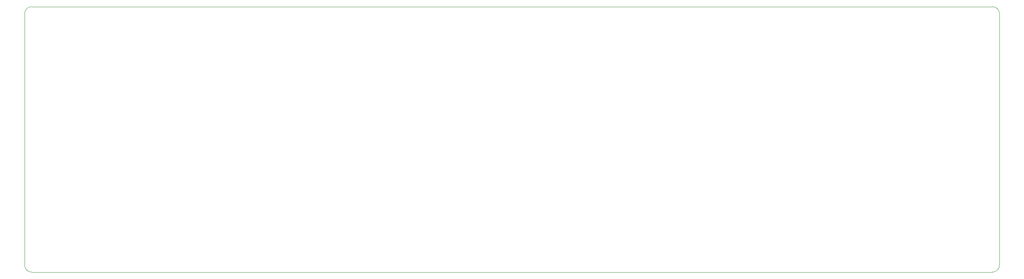
<source format=gbr>
%TF.GenerationSoftware,KiCad,Pcbnew,(6.0.6)*%
%TF.CreationDate,2022-07-16T00:36:14+07:00*%
%TF.ProjectId,pocket,706f636b-6574-42e6-9b69-6361645f7063,rev?*%
%TF.SameCoordinates,Original*%
%TF.FileFunction,Profile,NP*%
%FSLAX46Y46*%
G04 Gerber Fmt 4.6, Leading zero omitted, Abs format (unit mm)*
G04 Created by KiCad (PCBNEW (6.0.6)) date 2022-07-16 00:36:14*
%MOMM*%
%LPD*%
G01*
G04 APERTURE LIST*
%TA.AperFunction,Profile*%
%ADD10C,0.100000*%
%TD*%
G04 APERTURE END LIST*
D10*
X58737500Y-94456250D02*
G75*
G03*
X60325000Y-96043750I1587500J0D01*
G01*
X275431250Y-96043750D02*
G75*
G03*
X277018750Y-94456250I0J1587500D01*
G01*
X277018750Y-38100000D02*
G75*
G03*
X275431250Y-36512500I-1587500J0D01*
G01*
X60325000Y-36512500D02*
G75*
G03*
X58737500Y-38100000I0J-1587500D01*
G01*
X58737500Y-94456250D02*
X58737500Y-38100000D01*
X275431250Y-96043750D02*
X60325000Y-96043750D01*
X277018750Y-38100000D02*
X277018750Y-94456250D01*
X60325000Y-36512500D02*
X275431250Y-36512500D01*
M02*

</source>
